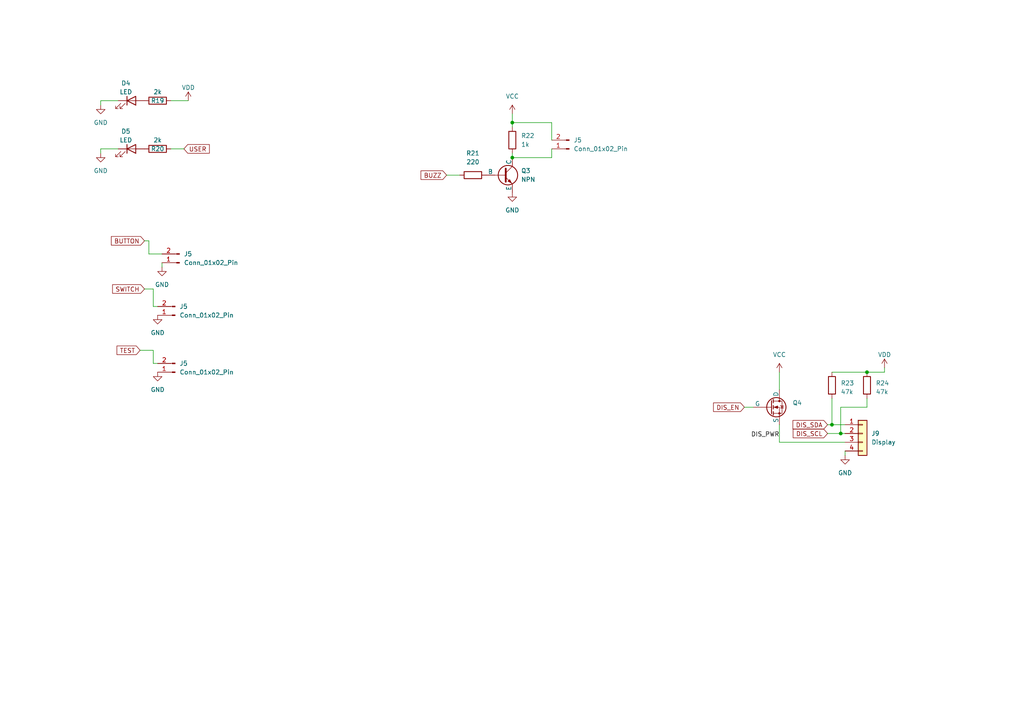
<source format=kicad_sch>
(kicad_sch (version 20230121) (generator eeschema)
  (paper "A4")
  (lib_symbols
    (symbol "Connector:Conn_01x02_Pin" (pin_names (offset 1.016) hide)
      (property "Reference" "J" (at 0 2.54 0))
      (property "Value" "Conn_01x02_Pin" (at 0 -5.08 0))
      (symbol "Conn_01x02_Pin_1_1"
        (polyline (pts (xy 1.27 -2.54) (xy 0.8636 -2.54)) (stroke (width 0.1524)))
        (polyline (pts (xy 1.27 0) (xy 0.8636 0)) (stroke (width 0.1524)))
        (rectangle (start 0.8636 -2.413) (end 0 -2.667) (stroke (width 0.1524)) (fill (type outline)))
        (rectangle (start 0.8636 0.127) (end 0 -0.127) (stroke (width 0.1524)) (fill (type outline)))
        (pin passive line (at 5.08 0 180) (length 3.81) (name "Pin_1") (number "1"))
        (pin passive line (at 5.08 -2.54 180) (length 3.81) (name "Pin_2") (number "2"))
      )
    )
    (symbol "Connector_Generic:Conn_01x04" (pin_names (offset 1.016) hide)
      (property "Reference" "J" (at 0 5.08 0))
      (property "Value" "Conn_01x04" (at 0 -7.62 0))
      (symbol "Conn_01x04_1_1"
        (rectangle (start -1.27 -4.953) (end 0 -5.207) (stroke (width 0.1524)))
        (rectangle (start -1.27 -2.413) (end 0 -2.667) (stroke (width 0.1524)))
        (rectangle (start -1.27 0.127) (end 0 -0.127) (stroke (width 0.1524)))
        (rectangle (start -1.27 2.667) (end 0 2.413) (stroke (width 0.1524)))
        (rectangle (start -1.27 3.81) (end 1.27 -6.35) (stroke (width 0.254)) (fill (type background)))
        (pin passive line (at -5.08 2.54 0) (length 3.81) (name "Pin_1") (number "1"))
        (pin passive line (at -5.08 0 0) (length 3.81) (name "Pin_2") (number "2"))
        (pin passive line (at -5.08 -2.54 0) (length 3.81) (name "Pin_3") (number "3"))
        (pin passive line (at -5.08 -5.08 0) (length 3.81) (name "Pin_4") (number "4"))
      )
    )
    (symbol "Device:LED" (pin_numbers hide) (pin_names (offset 1.016) hide)
      (property "Reference" "D" (at 0 2.54 0))
      (property "Value" "LED" (at 0 -2.54 0))
      (symbol "LED_0_1"
        (polyline (pts (xy -1.27 -1.27) (xy -1.27 1.27)) (stroke (width 0.254)))
        (polyline (pts (xy -1.27 0) (xy 1.27 0)))
        (polyline (pts (xy 1.27 -1.27) (xy 1.27 1.27) (xy -1.27 0) (xy 1.27 -1.27)) (stroke (width 0.254)))
        (polyline (pts (xy -3.048 -0.762) (xy -4.572 -2.286) (xy -3.81 -2.286) (xy -4.572 -2.286) (xy -4.572 -1.524)))
        (polyline (pts (xy -1.778 -0.762) (xy -3.302 -2.286) (xy -2.54 -2.286) (xy -3.302 -2.286) (xy -3.302 -1.524)))
      )
      (symbol "LED_1_1"
        (pin passive line (at -3.81 0 0) (length 2.54) (name "K") (number "1"))
        (pin passive line (at 3.81 0 180) (length 2.54) (name "A") (number "2"))
      )
    )
    (symbol "Device:R" (pin_numbers hide) (pin_names (offset 0))
      (property "Reference" "R" (at 2.032 0 90))
      (property "Value" "R" (at 0 0 90))
      (symbol "R_0_1"
        (rectangle (start -1.016 -2.54) (end 1.016 2.54) (stroke (width 0.254)))
      )
      (symbol "R_1_1"
        (pin passive line (at 0 3.81 270) (length 1.27) (name "~") (number "1"))
        (pin passive line (at 0 -3.81 90) (length 1.27) (name "~") (number "2"))
      )
    )
    (symbol "Simulation_SPICE:NMOS" (pin_numbers hide) (pin_names (offset 0))
      (property "Reference" "Q" (at 5.08 1.27 0))
      (property "Value" "NMOS" (at 5.08 -1.27 0))
      (symbol "NMOS_0_1"
        (polyline (pts (xy 0.254 0) (xy -2.54 0)))
        (polyline (pts (xy 0.254 1.905) (xy 0.254 -1.905)) (stroke (width 0.254)))
        (polyline (pts (xy 0.762 -1.27) (xy 0.762 -2.286)) (stroke (width 0.254)))
        (polyline (pts (xy 0.762 0.508) (xy 0.762 -0.508)) (stroke (width 0.254)))
        (polyline (pts (xy 0.762 2.286) (xy 0.762 1.27)) (stroke (width 0.254)))
        (polyline (pts (xy 2.54 2.54) (xy 2.54 1.778)))
        (polyline (pts (xy 2.54 -2.54) (xy 2.54 0) (xy 0.762 0)))
        (polyline (pts (xy 0.762 -1.778) (xy 3.302 -1.778) (xy 3.302 1.778) (xy 0.762 1.778)))
        (polyline (pts (xy 1.016 0) (xy 2.032 0.381) (xy 2.032 -0.381) (xy 1.016 0)) (fill (type outline)))
        (polyline (pts (xy 2.794 0.508) (xy 2.921 0.381) (xy 3.683 0.381) (xy 3.81 0.254)))
        (polyline (pts (xy 3.302 0.381) (xy 2.921 -0.254) (xy 3.683 -0.254) (xy 3.302 0.381)))
        (circle (center 1.651 0) (radius 2.794) (stroke (width 0.254)))
        (circle (center 2.54 -1.778) (radius 0.254) (fill (type outline)))
        (circle (center 2.54 1.778) (radius 0.254) (fill (type outline)))
      )
      (symbol "NMOS_1_1"
        (pin passive line (at 2.54 5.08 270) (length 2.54) (name "D") (number "1"))
        (pin input line (at -5.08 0 0) (length 2.54) (name "G") (number "2"))
        (pin passive line (at 2.54 -5.08 90) (length 2.54) (name "S") (number "3"))
      )
    )
    (symbol "Simulation_SPICE:NPN" (pin_numbers hide) (pin_names (offset 0))
      (property "Reference" "Q" (at -2.54 7.62 0))
      (property "Value" "NPN" (at -2.54 5.08 0))
      (symbol "NPN_0_1"
        (polyline (pts (xy -2.54 0) (xy 0.635 0)) (stroke (width 0.1524)))
        (polyline (pts (xy 0.635 0.635) (xy 2.54 2.54)))
        (polyline (pts (xy 2.794 -1.27) (xy 2.794 -1.27)) (stroke (width 0.1524)))
        (polyline (pts (xy 2.794 -1.27) (xy 2.794 -1.27)) (stroke (width 0.1524)))
        (polyline (pts (xy 0.635 -0.635) (xy 2.54 -2.54) (xy 2.54 -2.54)))
        (polyline (pts (xy 0.635 1.905) (xy 0.635 -1.905) (xy 0.635 -1.905)) (stroke (width 0.508)))
        (polyline (pts (xy 1.27 -1.778) (xy 1.778 -1.27) (xy 2.286 -2.286) (xy 1.27 -1.778) (xy 1.27 -1.778)) (fill (type outline)))
        (circle (center 1.27 0) (radius 2.8194) (stroke (width 0.254)))
      )
      (symbol "NPN_1_1"
        (pin open_collector line (at 2.54 5.08 270) (length 2.54) (name "C") (number "1"))
        (pin input line (at -5.08 0 0) (length 2.54) (name "B") (number "2"))
        (pin open_emitter line (at 2.54 -5.08 90) (length 2.54) (name "E") (number "3"))
      )
    )
    (symbol "power:GND" (power) (pin_names (offset 0))
      (property "Value" "GND" (at 0 -3.81 0))
      (symbol "GND_0_1"
        (polyline (pts (xy 0 0) (xy 0 -1.27) (xy 1.27 -1.27) (xy 0 -2.54) (xy -1.27 -1.27) (xy 0 -1.27)))
      )
      (symbol "GND_1_1"
        (pin power_in line (at 0 0 270) (length 0) hide (name "GND") (number "1"))
      )
    )
    (symbol "power:VCC" (power) (pin_names (offset 0))
      (property "Value" "VCC" (at 0 3.81 0))
      (symbol "VCC_0_1"
        (polyline (pts (xy -0.762 1.27) (xy 0 2.54)))
        (polyline (pts (xy 0 0) (xy 0 2.54)))
        (polyline (pts (xy 0 2.54) (xy 0.762 1.27)))
      )
      (symbol "VCC_1_1"
        (pin power_in line (at 0 0 90) (length 0) hide (name "VCC") (number "1"))
      )
    )
    (symbol "power:VDD" (power) (pin_names (offset 0))
      (property "Value" "VDD" (at 0 3.81 0))
      (symbol "VDD_0_1"
        (polyline (pts (xy -0.762 1.27) (xy 0 2.54)))
        (polyline (pts (xy 0 0) (xy 0 2.54)))
        (polyline (pts (xy 0 2.54) (xy 0.762 1.27)))
      )
      (symbol "VDD_1_1"
        (pin power_in line (at 0 0 90) (length 0) hide (name "VDD") (number "1"))
      )
    )
  )
  (junction (at 243.84 125.73))
  (junction (at 148.59 45.72))
  (junction (at 251.46 107.95))
  (junction (at 241.3 123.19))
  (junction (at 148.59 35.56))
  (wire (pts (xy 29.21 29.21) (xy 34.29 29.21)))
  (wire (pts (xy 251.46 118.11) (xy 243.84 118.11)))
  (wire (pts (xy 129.54 50.8) (xy 133.35 50.8)))
  (wire (pts (xy 215.9 118.11) (xy 218.44 118.11)))
  (wire (pts (xy 44.45 101.6) (xy 44.45 105.41)))
  (wire (pts (xy 41.91 83.82) (xy 44.45 83.82)))
  (wire (pts (xy 226.06 107.95) (xy 226.06 113.03)))
  (wire (pts (xy 40.64 101.6) (xy 44.45 101.6)))
  (wire (pts (xy 251.46 115.57) (xy 251.46 118.11)))
  (wire (pts (xy 41.91 69.85) (xy 43.18 69.85)))
  (wire (pts (xy 29.21 30.48) (xy 29.21 29.21)))
  (wire (pts (xy 243.84 125.73) (xy 245.11 125.73)))
  (wire (pts (xy 240.03 125.73) (xy 243.84 125.73)))
  (wire (pts (xy 49.53 29.21) (xy 54.61 29.21)))
  (wire (pts (xy 29.21 44.45) (xy 29.21 43.18)))
  (wire (pts (xy 241.3 107.95) (xy 251.46 107.95)))
  (wire (pts (xy 45.72 105.41) (xy 44.45 105.41)))
  (wire (pts (xy 46.99 77.47) (xy 46.99 76.2)))
  (wire (pts (xy 160.02 35.56) (xy 160.02 40.64)))
  (wire (pts (xy 43.18 69.85) (xy 43.18 73.66)))
  (wire (pts (xy 226.06 123.19) (xy 226.06 128.27)))
  (wire (pts (xy 29.21 43.18) (xy 34.29 43.18)))
  (wire (pts (xy 160.02 43.18) (xy 160.02 45.72)))
  (wire (pts (xy 241.3 123.19) (xy 245.11 123.19)))
  (wire (pts (xy 148.59 35.56) (xy 148.59 36.83)))
  (wire (pts (xy 256.54 106.68) (xy 256.54 107.95)))
  (wire (pts (xy 148.59 35.56) (xy 160.02 35.56)))
  (wire (pts (xy 148.59 33.02) (xy 148.59 35.56)))
  (wire (pts (xy 43.18 73.66) (xy 46.99 73.66)))
  (wire (pts (xy 44.45 83.82) (xy 44.45 88.9)))
  (wire (pts (xy 226.06 128.27) (xy 245.11 128.27)))
  (wire (pts (xy 148.59 45.72) (xy 160.02 45.72)))
  (wire (pts (xy 148.59 44.45) (xy 148.59 45.72)))
  (wire (pts (xy 243.84 118.11) (xy 243.84 125.73)))
  (wire (pts (xy 245.11 130.81) (xy 245.11 132.08)))
  (wire (pts (xy 251.46 107.95) (xy 256.54 107.95)))
  (wire (pts (xy 44.45 88.9) (xy 45.72 88.9)))
  (wire (pts (xy 241.3 115.57) (xy 241.3 123.19)))
  (wire (pts (xy 53.34 43.18) (xy 49.53 43.18)))
  (wire (pts (xy 240.03 123.19) (xy 241.3 123.19)))
  (label "DIS_PWR" (at 226.06 127 180))
  (global_label "DIS_SDA" (shape input) (at 240.03 123.19 180) (property "Intersheetrefs" "${INTERSHEET_REFS}" (effects hide)))
  (global_label "BUTTON" (shape input) (at 41.91 69.85 180) (property "Intersheetrefs" "${INTERSHEET_REFS}" (effects hide)))
  (global_label "BUZZ" (shape input) (at 129.54 50.8 180) (property "Intersheetrefs" "${INTERSHEET_REFS}" (effects hide)))
  (global_label "DIS_EN" (shape input) (at 215.9 118.11 180) (property "Intersheetrefs" "${INTERSHEET_REFS}" (effects hide)))
  (global_label "TEST" (shape input) (at 40.64 101.6 180) (property "Intersheetrefs" "${INTERSHEET_REFS}" (effects hide)))
  (global_label "DIS_SCL" (shape input) (at 240.03 125.73 180) (property "Intersheetrefs" "${INTERSHEET_REFS}" (effects hide)))
  (global_label "SWITCH" (shape input) (at 41.91 83.82 180) (property "Intersheetrefs" "${INTERSHEET_REFS}" (effects hide)))
  (global_label "USER" (shape input) (at 53.34 43.18 0) (property "Intersheetrefs" "${INTERSHEET_REFS}" (effects hide)))
  (symbol (lib_id "Device:LED") (at 38.1 43.18 0) (unit 1)
    (property "Reference" "D5" (at 36.5125 38.1 0))
    (property "Value" "LED" (at 36.5125 40.64 0))
    (property "Footprint" "LED_SMD:LED_0603_1608Metric" (effects hide))
    (property "Part" "LY L29K-H1K2-26-Z" (effects hide))
  )
  (symbol (lib_id "Device:R") (at 137.16 50.8 90) (unit 1)
    (property "Reference" "R21" (at 137.16 44.45 90))
    (property "Value" "220" (at 137.16 46.99 90))
    (property "Footprint" "Resistor_SMD:R_0402_1005Metric_Pad0.72x0.64mm_HandSolder" (effects hide))
    (property "Part" "WR04X2200FTL" (effects hide))
  )
  (symbol (lib_id "Simulation_SPICE:NPN") (at 146.05 50.8 0) (unit 1)
    (property "Reference" "Q3" (at 151.13 49.53 0) (effects (justify left)))
    (property "Value" "NPN" (at 151.13 52.07 0) (effects (justify left)))
    (property "Footprint" "Package_TO_SOT_SMD:TSOT-23" (effects hide))
    (property "Sim.Device" "NPN" (effects hide))
    (property "Sim.Type" "GUMMELPOON" (effects hide))
    (property "Sim.Pins" "1=C 2=B 3=E" (effects hide))
    (property "Part" "MMBT3904-TP" (effects hide))
  )
  (symbol (lib_id "power:GND") (at 29.21 30.48 0) (unit 1)
    (property "Reference" "#PWR027" (effects hide))
    (property "Value" "GND" (at 29.21 35.56 0))
  )
  (symbol (lib_id "Connector:Conn_01x02_Pin") (at 165.1 43.18 180) (unit 1)
    (property "Reference" "J5" (at 166.37 40.64 0) (effects (justify right)))
    (property "Value" "Conn_01x02_Pin" (at 166.37 43.18 0) (effects (justify right)))
    (property "Footprint" "_Parts:2pad_conn_sm" (effects hide))
    (instances (project "BLE_REMOTE" (path "" (reference "J5") (unit 1)) (path "" (reference "J8") (unit 1))))
  )
  (symbol (lib_id "power:GND") (at 46.99 77.47 0) (unit 1)
    (property "Reference" "#PWR031" (effects hide))
    (property "Value" "GND" (at 46.99 82.55 0))
  )
  (symbol (lib_id "power:GND") (at 29.21 44.45 0) (unit 1)
    (property "Reference" "#PWR028" (effects hide))
    (property "Value" "GND" (at 29.21 49.53 0))
  )
  (symbol (lib_id "Simulation_SPICE:NMOS") (at 223.52 118.11 0) (unit 1)
    (property "Reference" "Q4" (at 229.87 116.84 0) (effects (justify left)))
    (property "Value" "BSS806NEH6327XTSA1" (effects hide))
    (property "Footprint" "_Parts:PG-SOT23-3-5_INF" (effects hide))
    (property "Datasheet" "https://www.digikey.ca/en/products/detail/infineon-technologies/BSS806NEH6327XTSA1/5959969" (effects hide))
    (property "Part" "BSS806NEH6327XTSA1" (effects hide))
  )
  (symbol (lib_id "Device:R") (at 251.46 111.76 180) (unit 1)
    (property "Reference" "R24" (at 254 111.125 0) (effects (justify right)))
    (property "Value" "47k" (at 254 113.665 0) (effects (justify right)))
    (property "Footprint" "Resistor_SMD:R_0402_1005Metric_Pad0.72x0.64mm_HandSolder" (effects hide))
    (property "Datasheet" "https://www.digikey.ca/en/products/detail/panasonic-electronic-components/ERJ-2RKF4702X/1746233" (effects hide))
    (property "Part" "ERJ-2RKF4702X" (effects hide))
    (instances (project "BLE_REMOTE" (path "" (reference "R24") (unit 1)) (path "" (reference "R17") (unit 1))))
  )
  (symbol (lib_id "Device:R") (at 45.72 43.18 270) (unit 1)
    (property "Reference" "R20" (at 45.72 43.18 90))
    (property "Value" "2k" (at 45.72 40.64 90))
    (property "Footprint" "Resistor_SMD:R_0402_1005Metric_Pad0.72x0.64mm_HandSolder" (effects hide))
    (property "Datasheet" "https://www.digikey.ca/en/products/detail/panasonic-electronic-components/ERJ-2RKF2001X/192194" (effects hide))
    (property "Part" "ERJ-2RKF2001X" (effects hide))
  )
  (symbol (lib_id "Connector:Conn_01x02_Pin") (at 50.8 91.44 180) (unit 1)
    (property "Reference" "J5" (at 52.07 88.9 0) (effects (justify right)))
    (property "Value" "Conn_01x02_Pin" (at 52.07 91.44 0) (effects (justify right)))
    (property "Footprint" "_Parts:2pad_conn_sm" (effects hide))
  )
  (symbol (lib_id "Device:R") (at 148.59 40.64 0) (unit 1)
    (property "Reference" "R22" (at 151.13 39.37 0) (effects (justify left)))
    (property "Value" "1k" (at 151.13 41.91 0) (effects (justify left)))
    (property "Footprint" "Resistor_SMD:R_0402_1005Metric_Pad0.72x0.64mm_HandSolder" (effects hide))
    (property "Part" "RC0402FR-071KL" (effects hide))
  )
  (symbol (lib_id "power:GND") (at 45.72 107.95 0) (unit 1)
    (property "Reference" "#PWR030" (effects hide))
    (property "Value" "GND" (at 45.72 113.03 0))
  )
  (symbol (lib_id "Device:R") (at 241.3 111.76 180) (unit 1)
    (property "Reference" "R23" (at 243.84 111.125 0) (effects (justify right)))
    (property "Value" "47k" (at 243.84 113.665 0) (effects (justify right)))
    (property "Footprint" "Resistor_SMD:R_0402_1005Metric_Pad0.72x0.64mm_HandSolder" (effects hide))
    (property "Datasheet" "https://www.digikey.ca/en/products/detail/panasonic-electronic-components/ERJ-2RKF4702X/1746233" (effects hide))
    (property "Part" "ERJ-2RKF4702X" (effects hide))
    (instances (project "BLE_REMOTE" (path "" (reference "R23") (unit 1)) (path "" (reference "R17") (unit 1))))
  )
  (symbol (lib_id "Device:R") (at 45.72 29.21 270) (unit 1)
    (property "Reference" "R19" (at 45.72 29.21 90))
    (property "Value" "2k" (at 45.72 26.67 90))
    (property "Footprint" "Resistor_SMD:R_0402_1005Metric_Pad0.72x0.64mm_HandSolder" (effects hide))
    (property "Datasheet" "https://www.digikey.ca/en/products/detail/panasonic-electronic-components/ERJ-2RKF2001X/192194" (effects hide))
    (property "Part" "ERJ-2RKF2001X" (effects hide))
  )
  (symbol (lib_id "power:VCC") (at 148.59 33.02 0) (unit 1)
    (property "Reference" "#PWR033" (effects hide))
    (property "Value" "VCC" (at 148.59 27.94 0))
  )
  (symbol (lib_id "power:GND") (at 148.59 55.88 0) (unit 1)
    (property "Reference" "#PWR034" (effects hide))
    (property "Value" "GND" (at 148.59 60.96 0))
  )
  (symbol (lib_id "power:VDD") (at 256.54 106.68 0) (unit 1)
    (property "Reference" "#PWR036" (effects hide))
    (property "Value" "VDD" (at 256.54 102.87 0))
    (instances (project "BLE_REMOTE" (path "" (reference "#PWR036") (unit 1)) (path "" (reference "#PWR038") (unit 1)) (path "" (reference "#PWR037") (unit 1))))
  )
  (symbol (lib_id "Device:LED") (at 38.1 29.21 0) (unit 1)
    (property "Reference" "D4" (at 36.5125 24.13 0))
    (property "Value" "LED" (at 36.5125 26.67 0))
    (property "Footprint" "LED_SMD:LED_0603_1608Metric" (effects hide))
    (property "Part" "LY L29K-H1K2-26-Z" (effects hide))
  )
  (symbol (lib_id "Connector:Conn_01x02_Pin") (at 50.8 107.95 180) (unit 1)
    (property "Reference" "J5" (at 52.07 105.41 0) (effects (justify right)))
    (property "Value" "Conn_01x02_Pin" (at 52.07 107.95 0) (effects (justify right)))
    (property "Footprint" "_Parts:2pad_conn_sm" (effects hide))
    (instances (project "BLE_REMOTE" (path "" (reference "J5") (unit 1)) (path "" (reference "J6") (unit 1))))
  )
  (symbol (lib_id "Connector_Generic:Conn_01x04") (at 250.19 125.73 0) (unit 1)
    (property "Reference" "J9" (at 252.73 125.73 0) (effects (justify left)))
    (property "Value" "Display" (at 252.73 128.27 0) (effects (justify left)))
    (property "Footprint" "_Parts:OLED_091" (effects hide))
  )
  (symbol (lib_id "power:GND") (at 245.11 132.08 0) (unit 1)
    (property "Reference" "#PWR036" (effects hide))
    (property "Value" "GND" (at 245.11 137.16 0))
  )
  (symbol (lib_id "Connector:Conn_01x02_Pin") (at 52.07 76.2 180) (unit 1)
    (property "Reference" "J5" (at 53.34 73.66 0) (effects (justify right)))
    (property "Value" "Conn_01x02_Pin" (at 53.34 76.2 0) (effects (justify right)))
    (property "Footprint" "_Parts:2pad_conn_sm" (effects hide))
    (instances (project "BLE_REMOTE" (path "" (reference "J5") (unit 1)) (path "" (reference "J7") (unit 1))))
  )
  (symbol (lib_id "power:GND") (at 45.72 91.44 0) (unit 1)
    (property "Reference" "#PWR029" (effects hide))
    (property "Value" "GND" (at 45.72 96.52 0))
  )
  (symbol (lib_id "power:VCC") (at 226.06 107.95 0) (unit 1)
    (property "Reference" "#PWR035" (effects hide))
    (property "Value" "VCC" (at 226.06 102.87 0))
  )
  (symbol (lib_id "power:VDD") (at 54.61 29.21 0) (unit 1)
    (property "Reference" "#PWR036" (effects hide))
    (property "Value" "VDD" (at 54.61 25.4 0))
    (instances (project "BLE_REMOTE" (path "" (reference "#PWR036") (unit 1)) (path "" (reference "#PWR032") (unit 1))))
  )
)
</source>
